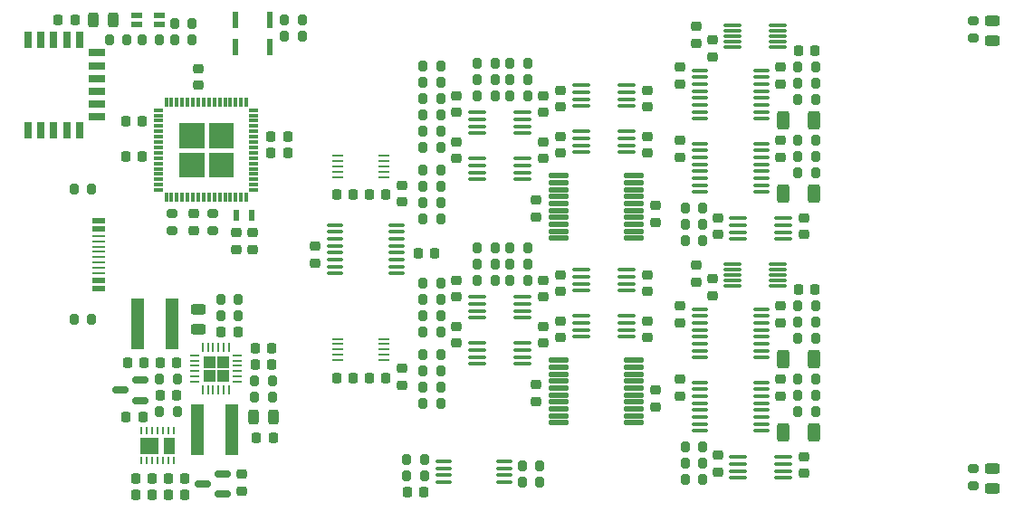
<source format=gbr>
%TF.GenerationSoftware,KiCad,Pcbnew,8.0.9-8.0.9-0~ubuntu24.04.1*%
%TF.CreationDate,2025-05-29T22:28:41-04:00*%
%TF.ProjectId,smu2,736d7532-2e6b-4696-9361-645f70636258,rev?*%
%TF.SameCoordinates,Original*%
%TF.FileFunction,Paste,Top*%
%TF.FilePolarity,Positive*%
%FSLAX46Y46*%
G04 Gerber Fmt 4.6, Leading zero omitted, Abs format (unit mm)*
G04 Created by KiCad (PCBNEW 8.0.9-8.0.9-0~ubuntu24.04.1) date 2025-05-29 22:28:41*
%MOMM*%
%LPD*%
G01*
G04 APERTURE LIST*
G04 Aperture macros list*
%AMRoundRect*
0 Rectangle with rounded corners*
0 $1 Rounding radius*
0 $2 $3 $4 $5 $6 $7 $8 $9 X,Y pos of 4 corners*
0 Add a 4 corners polygon primitive as box body*
4,1,4,$2,$3,$4,$5,$6,$7,$8,$9,$2,$3,0*
0 Add four circle primitives for the rounded corners*
1,1,$1+$1,$2,$3*
1,1,$1+$1,$4,$5*
1,1,$1+$1,$6,$7*
1,1,$1+$1,$8,$9*
0 Add four rect primitives between the rounded corners*
20,1,$1+$1,$2,$3,$4,$5,0*
20,1,$1+$1,$4,$5,$6,$7,0*
20,1,$1+$1,$6,$7,$8,$9,0*
20,1,$1+$1,$8,$9,$2,$3,0*%
G04 Aperture macros list end*
%ADD10C,0.120000*%
%ADD11C,0.100000*%
%ADD12RoundRect,0.200000X0.200000X0.275000X-0.200000X0.275000X-0.200000X-0.275000X0.200000X-0.275000X0*%
%ADD13R,0.250000X0.700000*%
%ADD14R,1.805000X1.650000*%
%ADD15R,1.070000X1.650000*%
%ADD16RoundRect,0.100000X-0.637500X-0.100000X0.637500X-0.100000X0.637500X0.100000X-0.637500X0.100000X0*%
%ADD17RoundRect,0.225000X-0.250000X0.225000X-0.250000X-0.225000X0.250000X-0.225000X0.250000X0.225000X0*%
%ADD18R,0.700000X1.500000*%
%ADD19R,1.500000X0.700000*%
%ADD20RoundRect,0.225000X0.250000X-0.225000X0.250000X0.225000X-0.250000X0.225000X-0.250000X-0.225000X0*%
%ADD21RoundRect,0.225000X-0.225000X-0.250000X0.225000X-0.250000X0.225000X0.250000X-0.225000X0.250000X0*%
%ADD22RoundRect,0.100000X-0.712500X-0.100000X0.712500X-0.100000X0.712500X0.100000X-0.712500X0.100000X0*%
%ADD23R,1.000000X0.500000*%
%ADD24RoundRect,0.225000X0.225000X0.250000X-0.225000X0.250000X-0.225000X-0.250000X0.225000X-0.250000X0*%
%ADD25RoundRect,0.200000X-0.200000X-0.275000X0.200000X-0.275000X0.200000X0.275000X-0.200000X0.275000X0*%
%ADD26RoundRect,0.250000X-0.312500X-0.625000X0.312500X-0.625000X0.312500X0.625000X-0.312500X0.625000X0*%
%ADD27RoundRect,0.243750X0.243750X0.456250X-0.243750X0.456250X-0.243750X-0.456250X0.243750X-0.456250X0*%
%ADD28RoundRect,0.055000X-0.220000X-0.695000X0.220000X-0.695000X0.220000X0.695000X-0.220000X0.695000X0*%
%ADD29RoundRect,0.075000X0.737500X0.075000X-0.737500X0.075000X-0.737500X-0.075000X0.737500X-0.075000X0*%
%ADD30RoundRect,0.150000X0.587500X0.150000X-0.587500X0.150000X-0.587500X-0.150000X0.587500X-0.150000X0*%
%ADD31RoundRect,0.200000X0.275000X-0.200000X0.275000X0.200000X-0.275000X0.200000X-0.275000X-0.200000X0*%
%ADD32RoundRect,0.100000X0.712500X0.100000X-0.712500X0.100000X-0.712500X-0.100000X0.712500X-0.100000X0*%
%ADD33R,1.250000X4.700000*%
%ADD34R,1.100000X0.250000*%
%ADD35RoundRect,0.200000X-0.275000X0.200000X-0.275000X-0.200000X0.275000X-0.200000X0.275000X0.200000X0*%
%ADD36RoundRect,0.243750X-0.456250X0.243750X-0.456250X-0.243750X0.456250X-0.243750X0.456250X0.243750X0*%
%ADD37RoundRect,0.243750X0.456250X-0.243750X0.456250X0.243750X-0.456250X0.243750X-0.456250X-0.243750X0*%
%ADD38RoundRect,0.100000X0.637500X0.100000X-0.637500X0.100000X-0.637500X-0.100000X0.637500X-0.100000X0*%
%ADD39RoundRect,0.243750X-0.243750X-0.456250X0.243750X-0.456250X0.243750X0.456250X-0.243750X0.456250X0*%
%ADD40RoundRect,0.050000X-0.350000X-0.075000X0.350000X-0.075000X0.350000X0.075000X-0.350000X0.075000X0*%
%ADD41RoundRect,0.050000X0.075000X-0.350000X0.075000X0.350000X-0.075000X0.350000X-0.075000X-0.350000X0*%
%ADD42RoundRect,0.112500X-0.837500X-0.112500X0.837500X-0.112500X0.837500X0.112500X-0.837500X0.112500X0*%
%ADD43R,0.600000X1.100000*%
%ADD44R,1.150000X0.580000*%
%ADD45R,1.150000X0.280000*%
%ADD46R,0.300000X0.850000*%
%ADD47R,0.850000X0.300000*%
G04 APERTURE END LIST*
%TO.C,U25*%
D10*
X106810000Y-120653000D02*
X107810000Y-120653000D01*
X107810000Y-121653000D01*
X106810000Y-121653000D01*
X106810000Y-120653000D01*
G36*
X106810000Y-120653000D02*
G01*
X107810000Y-120653000D01*
X107810000Y-121653000D01*
X106810000Y-121653000D01*
X106810000Y-120653000D01*
G37*
X106810000Y-121933000D02*
X107810000Y-121933000D01*
X107810000Y-122933000D01*
X106810000Y-122933000D01*
X106810000Y-121933000D01*
G36*
X106810000Y-121933000D02*
G01*
X107810000Y-121933000D01*
X107810000Y-122933000D01*
X106810000Y-122933000D01*
X106810000Y-121933000D01*
G37*
X108090000Y-120653000D02*
X109090000Y-120653000D01*
X109090000Y-121653000D01*
X108090000Y-121653000D01*
X108090000Y-120653000D01*
G36*
X108090000Y-120653000D02*
G01*
X109090000Y-120653000D01*
X109090000Y-121653000D01*
X108090000Y-121653000D01*
X108090000Y-120653000D01*
G37*
X108090000Y-121933000D02*
X109090000Y-121933000D01*
X109090000Y-122933000D01*
X108090000Y-122933000D01*
X108090000Y-121933000D01*
G36*
X108090000Y-121933000D02*
G01*
X109090000Y-121933000D01*
X109090000Y-122933000D01*
X108090000Y-122933000D01*
X108090000Y-121933000D01*
G37*
D11*
%TO.C,U1*%
X106811000Y-101096000D02*
X104561000Y-101096000D01*
X104561000Y-98846000D01*
X106811000Y-98846000D01*
X106811000Y-101096000D01*
G36*
X106811000Y-101096000D02*
G01*
X104561000Y-101096000D01*
X104561000Y-98846000D01*
X106811000Y-98846000D01*
X106811000Y-101096000D01*
G37*
X106811000Y-103846000D02*
X104561000Y-103846000D01*
X104561000Y-101596000D01*
X106811000Y-101596000D01*
X106811000Y-103846000D01*
G36*
X106811000Y-103846000D02*
G01*
X104561000Y-103846000D01*
X104561000Y-101596000D01*
X106811000Y-101596000D01*
X106811000Y-103846000D01*
G37*
X109561000Y-101096000D02*
X107311000Y-101096000D01*
X107311000Y-98846000D01*
X109561000Y-98846000D01*
X109561000Y-101096000D01*
G36*
X109561000Y-101096000D02*
G01*
X107311000Y-101096000D01*
X107311000Y-98846000D01*
X109561000Y-98846000D01*
X109561000Y-101096000D01*
G37*
X109561000Y-103846000D02*
X107311000Y-103846000D01*
X107311000Y-101596000D01*
X109561000Y-101596000D01*
X109561000Y-103846000D01*
G36*
X109561000Y-103846000D02*
G01*
X107311000Y-103846000D01*
X107311000Y-101596000D01*
X109561000Y-101596000D01*
X109561000Y-103846000D01*
G37*
%TD*%
D12*
%TO.C,R25*%
X134048000Y-93218000D03*
X132398000Y-93218000D03*
%TD*%
D13*
%TO.C,U26*%
X100989000Y-130432000D03*
X101489000Y-130432000D03*
X101989000Y-130432000D03*
X102489000Y-130432000D03*
X102989000Y-130432000D03*
X103489000Y-130432000D03*
X103989000Y-130432000D03*
X103989000Y-127632000D03*
X103489000Y-127632000D03*
X102989000Y-127632000D03*
X102489000Y-127632000D03*
X101989000Y-127632000D03*
X101489000Y-127632000D03*
X100989000Y-127632000D03*
D14*
X101711500Y-129032000D03*
D15*
X103634000Y-129032000D03*
%TD*%
D16*
%TO.C,U12*%
X153220500Y-93864000D03*
X153220500Y-94514000D03*
X153220500Y-95164000D03*
X153220500Y-95814000D03*
X153220500Y-96464000D03*
X153220500Y-97114000D03*
X153220500Y-97764000D03*
X153220500Y-98414000D03*
X158945500Y-98414000D03*
X158945500Y-97764000D03*
X158945500Y-97114000D03*
X158945500Y-96464000D03*
X158945500Y-95814000D03*
X158945500Y-95164000D03*
X158945500Y-94514000D03*
X158945500Y-93864000D03*
%TD*%
D12*
%TO.C,R16*%
X128968000Y-98044000D03*
X127318000Y-98044000D03*
%TD*%
D17*
%TO.C,C12*%
X125349000Y-104635000D03*
X125349000Y-106185000D03*
%TD*%
D18*
%TO.C,U5*%
X90399000Y-99500000D03*
X91599000Y-99500000D03*
X92799000Y-99500000D03*
X93999000Y-99500000D03*
X95199000Y-99500000D03*
D19*
X96849000Y-98250000D03*
X96849000Y-97050000D03*
X96849000Y-95850000D03*
X96849000Y-94650000D03*
X96849000Y-93450000D03*
X96849000Y-92250000D03*
D18*
X95199000Y-91000000D03*
X93999000Y-91000000D03*
X92799000Y-91000000D03*
X91599000Y-91000000D03*
X90399000Y-91000000D03*
%TD*%
D20*
%TO.C,C30*%
X160782000Y-101994000D03*
X160782000Y-100444000D03*
%TD*%
D12*
%TO.C,R39*%
X128968000Y-122047000D03*
X127318000Y-122047000D03*
%TD*%
D21*
%TO.C,C17*%
X93205000Y-89154000D03*
X94755000Y-89154000D03*
%TD*%
D17*
%TO.C,C19*%
X130429000Y-100571000D03*
X130429000Y-102121000D03*
%TD*%
D22*
%TO.C,U18*%
X142159500Y-112563000D03*
X142159500Y-113213000D03*
X142159500Y-113863000D03*
X142159500Y-114513000D03*
X146384500Y-114513000D03*
X146384500Y-113863000D03*
X146384500Y-113213000D03*
X146384500Y-112563000D03*
%TD*%
D20*
%TO.C,C26*%
X148336000Y-101613000D03*
X148336000Y-100063000D03*
%TD*%
%TO.C,C25*%
X140208000Y-97295000D03*
X140208000Y-95745000D03*
%TD*%
%TO.C,C46*%
X140208000Y-118885000D03*
X140208000Y-117335000D03*
%TD*%
D23*
%TO.C,D1*%
X100550000Y-88754000D03*
X102650000Y-88754000D03*
X100550000Y-89554000D03*
X102650000Y-89554000D03*
%TD*%
D12*
%TO.C,R6*%
X116014000Y-90678000D03*
X114364000Y-90678000D03*
%TD*%
D17*
%TO.C,C21*%
X130429000Y-96253000D03*
X130429000Y-97803000D03*
%TD*%
D12*
%TO.C,R15*%
X128968000Y-99568000D03*
X127318000Y-99568000D03*
%TD*%
%TO.C,R40*%
X128968000Y-116840000D03*
X127318000Y-116840000D03*
%TD*%
D21*
%TO.C,C14*%
X126860000Y-110998000D03*
X128410000Y-110998000D03*
%TD*%
%TO.C,C51*%
X162420000Y-114427000D03*
X163970000Y-114427000D03*
%TD*%
D24*
%TO.C,C58*%
X104280000Y-121285000D03*
X102730000Y-121285000D03*
%TD*%
D17*
%TO.C,C54*%
X152908000Y-112128000D03*
X152908000Y-113678000D03*
%TD*%
%TO.C,C52*%
X162941000Y-130035000D03*
X162941000Y-131585000D03*
%TD*%
%TO.C,C55*%
X154432000Y-113398000D03*
X154432000Y-114948000D03*
%TD*%
D12*
%TO.C,R17*%
X128968000Y-107823000D03*
X127318000Y-107823000D03*
%TD*%
D21*
%TO.C,C57*%
X99682000Y-121285000D03*
X101232000Y-121285000D03*
%TD*%
D17*
%TO.C,C38*%
X130429000Y-117843000D03*
X130429000Y-119393000D03*
%TD*%
%TO.C,C41*%
X138557000Y-113525000D03*
X138557000Y-115075000D03*
%TD*%
D25*
%TO.C,R68*%
X108395000Y-115316000D03*
X110045000Y-115316000D03*
%TD*%
D12*
%TO.C,R27*%
X153479000Y-109855000D03*
X151829000Y-109855000D03*
%TD*%
D26*
%TO.C,R37*%
X160970500Y-98552000D03*
X163895500Y-98552000D03*
%TD*%
D20*
%TO.C,C2*%
X109829600Y-110630000D03*
X109829600Y-109080000D03*
%TD*%
D12*
%TO.C,R38*%
X128968000Y-123571000D03*
X127318000Y-123571000D03*
%TD*%
%TO.C,R23*%
X128968000Y-96520000D03*
X127318000Y-96520000D03*
%TD*%
D27*
%TO.C,D2*%
X98346500Y-89154000D03*
X96471500Y-89154000D03*
%TD*%
D25*
%TO.C,R57*%
X162370000Y-125857000D03*
X164020000Y-125857000D03*
%TD*%
D17*
%TO.C,C33*%
X162941000Y-107683000D03*
X162941000Y-109233000D03*
%TD*%
D12*
%TO.C,R28*%
X153479000Y-108331000D03*
X151829000Y-108331000D03*
%TD*%
D20*
%TO.C,C50*%
X160782000Y-117488000D03*
X160782000Y-115938000D03*
%TD*%
D21*
%TO.C,C62*%
X111620000Y-119888000D03*
X113170000Y-119888000D03*
%TD*%
D17*
%TO.C,C42*%
X149098000Y-123812000D03*
X149098000Y-125362000D03*
%TD*%
D24*
%TO.C,C68*%
X105042000Y-133604000D03*
X103492000Y-133604000D03*
%TD*%
D12*
%TO.C,R53*%
X153479000Y-130683000D03*
X151829000Y-130683000D03*
%TD*%
%TO.C,R10*%
X99631000Y-91059000D03*
X97981000Y-91059000D03*
%TD*%
D17*
%TO.C,C36*%
X154432000Y-91046000D03*
X154432000Y-92596000D03*
%TD*%
D12*
%TO.C,R14*%
X128968000Y-104775000D03*
X127318000Y-104775000D03*
%TD*%
D28*
%TO.C,S2*%
X109754000Y-91694000D03*
X113004000Y-91694000D03*
%TD*%
D25*
%TO.C,R30*%
X162370000Y-100457000D03*
X164020000Y-100457000D03*
%TD*%
D12*
%TO.C,R2*%
X116014000Y-89154000D03*
X114364000Y-89154000D03*
%TD*%
D20*
%TO.C,C8*%
X105892600Y-108852000D03*
X105892600Y-107302000D03*
%TD*%
D22*
%TO.C,U9*%
X142159500Y-95291000D03*
X142159500Y-95941000D03*
X142159500Y-96591000D03*
X142159500Y-97241000D03*
X146384500Y-97241000D03*
X146384500Y-96591000D03*
X146384500Y-95941000D03*
X146384500Y-95291000D03*
%TD*%
D29*
%TO.C,U23*%
X160481500Y-114030000D03*
X160481500Y-113530000D03*
X160481500Y-113030000D03*
X160481500Y-112530000D03*
X160481500Y-112030000D03*
X156256500Y-112030000D03*
X156256500Y-112530000D03*
X156256500Y-113030000D03*
X156256500Y-113530000D03*
X156256500Y-114030000D03*
%TD*%
D30*
%TO.C,Q1*%
X100886500Y-124775000D03*
X100886500Y-122875000D03*
X99011500Y-123825000D03*
%TD*%
D25*
%TO.C,R7*%
X94679000Y-105029000D03*
X96329000Y-105029000D03*
%TD*%
D12*
%TO.C,R42*%
X128968000Y-125095000D03*
X127318000Y-125095000D03*
%TD*%
%TO.C,R26*%
X128968000Y-103251000D03*
X127318000Y-103251000D03*
%TD*%
%TO.C,R67*%
X113220000Y-124460000D03*
X111570000Y-124460000D03*
%TD*%
D31*
%TO.C,R65*%
X178816000Y-90868000D03*
X178816000Y-89218000D03*
%TD*%
D22*
%TO.C,U10*%
X142159500Y-99609000D03*
X142159500Y-100259000D03*
X142159500Y-100909000D03*
X142159500Y-101559000D03*
X146384500Y-101559000D03*
X146384500Y-100909000D03*
X146384500Y-100259000D03*
X146384500Y-99609000D03*
%TD*%
D25*
%TO.C,R35*%
X162370000Y-95123000D03*
X164020000Y-95123000D03*
%TD*%
D30*
%TO.C,U24*%
X108633500Y-133538000D03*
X108633500Y-131638000D03*
X106758500Y-132588000D03*
%TD*%
D24*
%TO.C,C64*%
X113297000Y-128270000D03*
X111747000Y-128270000D03*
%TD*%
D31*
%TO.C,R8*%
X103860600Y-108902000D03*
X103860600Y-107252000D03*
%TD*%
D20*
%TO.C,C28*%
X151384000Y-101994000D03*
X151384000Y-100444000D03*
%TD*%
D25*
%TO.C,R34*%
X162370000Y-93599000D03*
X164020000Y-93599000D03*
%TD*%
D12*
%TO.C,R44*%
X137096000Y-110490000D03*
X135446000Y-110490000D03*
%TD*%
D17*
%TO.C,C22*%
X138557000Y-96253000D03*
X138557000Y-97803000D03*
%TD*%
D25*
%TO.C,R64*%
X102680000Y-122809000D03*
X104330000Y-122809000D03*
%TD*%
D17*
%TO.C,C59*%
X110363000Y-131686000D03*
X110363000Y-133236000D03*
%TD*%
D25*
%TO.C,R31*%
X162370000Y-101981000D03*
X164020000Y-101981000D03*
%TD*%
D21*
%TO.C,C61*%
X111620000Y-121412000D03*
X113170000Y-121412000D03*
%TD*%
D22*
%TO.C,U13*%
X156764500Y-107737000D03*
X156764500Y-108387000D03*
X156764500Y-109037000D03*
X156764500Y-109687000D03*
X160989500Y-109687000D03*
X160989500Y-109037000D03*
X160989500Y-108387000D03*
X160989500Y-107737000D03*
%TD*%
D25*
%TO.C,R49*%
X135446000Y-113538000D03*
X137096000Y-113538000D03*
%TD*%
%TO.C,R69*%
X108395000Y-116840000D03*
X110045000Y-116840000D03*
%TD*%
D21*
%TO.C,C32*%
X162420000Y-92075000D03*
X163970000Y-92075000D03*
%TD*%
D25*
%TO.C,R45*%
X132398000Y-110490000D03*
X134048000Y-110490000D03*
%TD*%
%TO.C,R46*%
X135446000Y-112014000D03*
X137096000Y-112014000D03*
%TD*%
D21*
%TO.C,C4*%
X113118600Y-101600000D03*
X114668600Y-101600000D03*
%TD*%
D32*
%TO.C,U16*%
X136605500Y-117053000D03*
X136605500Y-116403000D03*
X136605500Y-115753000D03*
X136605500Y-115103000D03*
X132380500Y-115103000D03*
X132380500Y-115753000D03*
X132380500Y-116403000D03*
X132380500Y-117053000D03*
%TD*%
D20*
%TO.C,C47*%
X151384000Y-124346000D03*
X151384000Y-122796000D03*
%TD*%
D26*
%TO.C,R58*%
X160970500Y-127762000D03*
X163895500Y-127762000D03*
%TD*%
D33*
%TO.C,L1*%
X100610000Y-117602000D03*
X103860000Y-117602000D03*
%TD*%
D20*
%TO.C,C53*%
X154940000Y-131458000D03*
X154940000Y-129908000D03*
%TD*%
%TO.C,C49*%
X160782000Y-124346000D03*
X160782000Y-122796000D03*
%TD*%
D17*
%TO.C,C35*%
X152908000Y-89776000D03*
X152908000Y-91326000D03*
%TD*%
D25*
%TO.C,R71*%
X136589000Y-132461000D03*
X138239000Y-132461000D03*
%TD*%
D17*
%TO.C,C39*%
X138557000Y-117843000D03*
X138557000Y-119393000D03*
%TD*%
D25*
%TO.C,R61*%
X162370000Y-118999000D03*
X164020000Y-118999000D03*
%TD*%
D34*
%TO.C,U2*%
X123689000Y-103870000D03*
X123689000Y-103370000D03*
X123689000Y-102870000D03*
X123689000Y-102370000D03*
X123689000Y-101870000D03*
X119389000Y-101870000D03*
X119389000Y-102370000D03*
X119389000Y-102870000D03*
X119389000Y-103370000D03*
X119389000Y-103870000D03*
%TD*%
D26*
%TO.C,R33*%
X160970500Y-105410000D03*
X163895500Y-105410000D03*
%TD*%
D20*
%TO.C,C27*%
X140208000Y-101613000D03*
X140208000Y-100063000D03*
%TD*%
%TO.C,C43*%
X148336000Y-114567000D03*
X148336000Y-113017000D03*
%TD*%
D12*
%TO.C,R73*%
X127444000Y-131826000D03*
X125794000Y-131826000D03*
%TD*%
%TO.C,R18*%
X128968000Y-101092000D03*
X127318000Y-101092000D03*
%TD*%
%TO.C,R20*%
X134048000Y-96266000D03*
X132398000Y-96266000D03*
%TD*%
D33*
%TO.C,L2*%
X109448000Y-127508000D03*
X106198000Y-127508000D03*
%TD*%
D25*
%TO.C,R36*%
X162370000Y-96647000D03*
X164020000Y-96647000D03*
%TD*%
%TO.C,R50*%
X132398000Y-113538000D03*
X134048000Y-113538000D03*
%TD*%
%TO.C,R72*%
X136589000Y-130937000D03*
X138239000Y-130937000D03*
%TD*%
D28*
%TO.C,S1*%
X109754000Y-89154000D03*
X113004000Y-89154000D03*
%TD*%
D25*
%TO.C,R54*%
X151829000Y-129159000D03*
X153479000Y-129159000D03*
%TD*%
D32*
%TO.C,U7*%
X136605500Y-99781000D03*
X136605500Y-99131000D03*
X136605500Y-98481000D03*
X136605500Y-97831000D03*
X132380500Y-97831000D03*
X132380500Y-98481000D03*
X132380500Y-99131000D03*
X132380500Y-99781000D03*
%TD*%
D35*
%TO.C,R9*%
X107696000Y-107252000D03*
X107696000Y-108902000D03*
%TD*%
D36*
%TO.C,D4*%
X106299000Y-116283500D03*
X106299000Y-118158500D03*
%TD*%
D21*
%TO.C,C11*%
X119240000Y-122682000D03*
X120790000Y-122682000D03*
%TD*%
%TO.C,C10*%
X119240000Y-105537000D03*
X120790000Y-105537000D03*
%TD*%
D37*
%TO.C,D3*%
X180594000Y-91107500D03*
X180594000Y-89232500D03*
%TD*%
D38*
%TO.C,U4*%
X124849000Y-112892000D03*
X124849000Y-112242000D03*
X124849000Y-111592000D03*
X124849000Y-110942000D03*
X124849000Y-110292000D03*
X124849000Y-109642000D03*
X124849000Y-108992000D03*
X124849000Y-108342000D03*
X119124000Y-108342000D03*
X119124000Y-108992000D03*
X119124000Y-109642000D03*
X119124000Y-110292000D03*
X119124000Y-110942000D03*
X119124000Y-111592000D03*
X119124000Y-112242000D03*
X119124000Y-112892000D03*
%TD*%
D20*
%TO.C,C31*%
X160782000Y-95136000D03*
X160782000Y-93586000D03*
%TD*%
D24*
%TO.C,C69*%
X127394000Y-133350000D03*
X125844000Y-133350000D03*
%TD*%
D39*
%TO.C,D5*%
X111457500Y-126365000D03*
X113332500Y-126365000D03*
%TD*%
D40*
%TO.C,U25*%
X105950000Y-120543000D03*
X105950000Y-121043000D03*
X105950000Y-121543000D03*
X105950000Y-122043000D03*
X105950000Y-122543000D03*
X105950000Y-123043000D03*
D41*
X106700000Y-123793000D03*
X107200000Y-123793000D03*
X107700000Y-123793000D03*
X108200000Y-123793000D03*
X108700000Y-123793000D03*
X109200000Y-123793000D03*
D40*
X109950000Y-123043000D03*
X109950000Y-122543000D03*
X109950000Y-122043000D03*
X109950000Y-121543000D03*
X109950000Y-121043000D03*
X109950000Y-120543000D03*
D41*
X109200000Y-119793000D03*
X108700000Y-119793000D03*
X108200000Y-119793000D03*
X107700000Y-119793000D03*
X107200000Y-119793000D03*
X106700000Y-119793000D03*
%TD*%
D12*
%TO.C,R51*%
X128968000Y-120523000D03*
X127318000Y-120523000D03*
%TD*%
D32*
%TO.C,U15*%
X136605500Y-121371000D03*
X136605500Y-120721000D03*
X136605500Y-120071000D03*
X136605500Y-119421000D03*
X132380500Y-119421000D03*
X132380500Y-120071000D03*
X132380500Y-120721000D03*
X132380500Y-121371000D03*
%TD*%
D17*
%TO.C,C40*%
X130429000Y-113525000D03*
X130429000Y-115075000D03*
%TD*%
%TO.C,C13*%
X125349000Y-121780000D03*
X125349000Y-123330000D03*
%TD*%
D20*
%TO.C,C29*%
X151384000Y-95136000D03*
X151384000Y-93586000D03*
%TD*%
D25*
%TO.C,R19*%
X135446000Y-96266000D03*
X137096000Y-96266000D03*
%TD*%
D21*
%TO.C,C1*%
X113118600Y-100076000D03*
X114668600Y-100076000D03*
%TD*%
D42*
%TO.C,U8*%
X140010000Y-103755000D03*
X140010000Y-104405000D03*
X140010000Y-105055000D03*
X140010000Y-105705000D03*
X140010000Y-106355000D03*
X140010000Y-107005000D03*
X140010000Y-107655000D03*
X140010000Y-108305000D03*
X140010000Y-108955000D03*
X140010000Y-109605000D03*
X147010000Y-109605000D03*
X147010000Y-108955000D03*
X147010000Y-108305000D03*
X147010000Y-107655000D03*
X147010000Y-107005000D03*
X147010000Y-106355000D03*
X147010000Y-105705000D03*
X147010000Y-105055000D03*
X147010000Y-104405000D03*
X147010000Y-103755000D03*
%TD*%
D17*
%TO.C,C5*%
X106273600Y-93713000D03*
X106273600Y-95263000D03*
%TD*%
D21*
%TO.C,C16*%
X122288000Y-122682000D03*
X123838000Y-122682000D03*
%TD*%
D12*
%TO.C,R43*%
X128968000Y-118364000D03*
X127318000Y-118364000D03*
%TD*%
D34*
%TO.C,U3*%
X123689000Y-121015000D03*
X123689000Y-120515000D03*
X123689000Y-120015000D03*
X123689000Y-119515000D03*
X123689000Y-119015000D03*
X119389000Y-119015000D03*
X119389000Y-119515000D03*
X119389000Y-120015000D03*
X119389000Y-120515000D03*
X119389000Y-121015000D03*
%TD*%
D12*
%TO.C,R52*%
X153479000Y-132207000D03*
X151829000Y-132207000D03*
%TD*%
D20*
%TO.C,C34*%
X154940000Y-109233000D03*
X154940000Y-107683000D03*
%TD*%
%TO.C,C3*%
X111353600Y-110630000D03*
X111353600Y-109080000D03*
%TD*%
D24*
%TO.C,C56*%
X104280000Y-124333000D03*
X102730000Y-124333000D03*
%TD*%
D21*
%TO.C,C63*%
X99555000Y-126365000D03*
X101105000Y-126365000D03*
%TD*%
D38*
%TO.C,U27*%
X134942500Y-132420000D03*
X134942500Y-131770000D03*
X134942500Y-131120000D03*
X134942500Y-130470000D03*
X129217500Y-130470000D03*
X129217500Y-131120000D03*
X129217500Y-131770000D03*
X129217500Y-132420000D03*
%TD*%
D25*
%TO.C,R22*%
X132398000Y-94742000D03*
X134048000Y-94742000D03*
%TD*%
D21*
%TO.C,C65*%
X100444000Y-132080000D03*
X101994000Y-132080000D03*
%TD*%
%TO.C,C66*%
X103492000Y-132080000D03*
X105042000Y-132080000D03*
%TD*%
D12*
%TO.C,R12*%
X128968000Y-93472000D03*
X127318000Y-93472000D03*
%TD*%
D22*
%TO.C,U19*%
X142159500Y-116881000D03*
X142159500Y-117531000D03*
X142159500Y-118181000D03*
X142159500Y-118831000D03*
X146384500Y-118831000D03*
X146384500Y-118181000D03*
X146384500Y-117531000D03*
X146384500Y-116881000D03*
%TD*%
D17*
%TO.C,C37*%
X137922000Y-123304000D03*
X137922000Y-124854000D03*
%TD*%
D12*
%TO.C,R13*%
X128968000Y-106299000D03*
X127318000Y-106299000D03*
%TD*%
D17*
%TO.C,C9*%
X117221000Y-110350000D03*
X117221000Y-111900000D03*
%TD*%
D16*
%TO.C,U11*%
X153220500Y-100722000D03*
X153220500Y-101372000D03*
X153220500Y-102022000D03*
X153220500Y-102672000D03*
X153220500Y-103322000D03*
X153220500Y-103972000D03*
X153220500Y-104622000D03*
X153220500Y-105272000D03*
X158945500Y-105272000D03*
X158945500Y-104622000D03*
X158945500Y-103972000D03*
X158945500Y-103322000D03*
X158945500Y-102672000D03*
X158945500Y-102022000D03*
X158945500Y-101372000D03*
X158945500Y-100722000D03*
%TD*%
D25*
%TO.C,R4*%
X104077000Y-89535000D03*
X105727000Y-89535000D03*
%TD*%
D22*
%TO.C,U22*%
X156764500Y-130089000D03*
X156764500Y-130739000D03*
X156764500Y-131389000D03*
X156764500Y-132039000D03*
X160989500Y-132039000D03*
X160989500Y-131389000D03*
X160989500Y-130739000D03*
X160989500Y-130089000D03*
%TD*%
D25*
%TO.C,R29*%
X151829000Y-106807000D03*
X153479000Y-106807000D03*
%TD*%
%TO.C,R55*%
X162370000Y-122809000D03*
X164020000Y-122809000D03*
%TD*%
D21*
%TO.C,C15*%
X122288000Y-105537000D03*
X123838000Y-105537000D03*
%TD*%
%TO.C,C67*%
X100444000Y-133604000D03*
X101994000Y-133604000D03*
%TD*%
D43*
%TO.C,Y1*%
X111291600Y-107442000D03*
X109891600Y-107442000D03*
%TD*%
D12*
%TO.C,R24*%
X137096000Y-93218000D03*
X135446000Y-93218000D03*
%TD*%
D26*
%TO.C,R62*%
X160970500Y-120904000D03*
X163895500Y-120904000D03*
%TD*%
D25*
%TO.C,R5*%
X94679000Y-117221000D03*
X96329000Y-117221000D03*
%TD*%
%TO.C,R3*%
X104077000Y-91059000D03*
X105727000Y-91059000D03*
%TD*%
D12*
%TO.C,R47*%
X134048000Y-112014000D03*
X132398000Y-112014000D03*
%TD*%
%TO.C,R48*%
X128968000Y-113792000D03*
X127318000Y-113792000D03*
%TD*%
D25*
%TO.C,R59*%
X162370000Y-115951000D03*
X164020000Y-115951000D03*
%TD*%
D17*
%TO.C,C23*%
X149098000Y-106540000D03*
X149098000Y-108090000D03*
%TD*%
D12*
%TO.C,R74*%
X127444000Y-130302000D03*
X125794000Y-130302000D03*
%TD*%
D29*
%TO.C,U14*%
X160481500Y-91678000D03*
X160481500Y-91178000D03*
X160481500Y-90678000D03*
X160481500Y-90178000D03*
X160481500Y-89678000D03*
X156256500Y-89678000D03*
X156256500Y-90178000D03*
X156256500Y-90678000D03*
X156256500Y-91178000D03*
X156256500Y-91678000D03*
%TD*%
D21*
%TO.C,C7*%
X99529600Y-101981000D03*
X101079600Y-101981000D03*
%TD*%
D25*
%TO.C,R60*%
X162370000Y-117475000D03*
X164020000Y-117475000D03*
%TD*%
%TO.C,R11*%
X127318000Y-94996000D03*
X128968000Y-94996000D03*
%TD*%
D31*
%TO.C,R70*%
X178816000Y-132778000D03*
X178816000Y-131128000D03*
%TD*%
D25*
%TO.C,R63*%
X102680000Y-125857000D03*
X104330000Y-125857000D03*
%TD*%
D16*
%TO.C,U21*%
X153220500Y-116216000D03*
X153220500Y-116866000D03*
X153220500Y-117516000D03*
X153220500Y-118166000D03*
X153220500Y-118816000D03*
X153220500Y-119466000D03*
X153220500Y-120116000D03*
X153220500Y-120766000D03*
X158945500Y-120766000D03*
X158945500Y-120116000D03*
X158945500Y-119466000D03*
X158945500Y-118816000D03*
X158945500Y-118166000D03*
X158945500Y-117516000D03*
X158945500Y-116866000D03*
X158945500Y-116216000D03*
%TD*%
%TO.C,U20*%
X153220500Y-123074000D03*
X153220500Y-123724000D03*
X153220500Y-124374000D03*
X153220500Y-125024000D03*
X153220500Y-125674000D03*
X153220500Y-126324000D03*
X153220500Y-126974000D03*
X153220500Y-127624000D03*
X158945500Y-127624000D03*
X158945500Y-126974000D03*
X158945500Y-126324000D03*
X158945500Y-125674000D03*
X158945500Y-125024000D03*
X158945500Y-124374000D03*
X158945500Y-123724000D03*
X158945500Y-123074000D03*
%TD*%
D20*
%TO.C,C24*%
X148336000Y-97295000D03*
X148336000Y-95745000D03*
%TD*%
D21*
%TO.C,C6*%
X99529600Y-98679000D03*
X101079600Y-98679000D03*
%TD*%
D32*
%TO.C,U6*%
X136605500Y-104099000D03*
X136605500Y-103449000D03*
X136605500Y-102799000D03*
X136605500Y-102149000D03*
X132380500Y-102149000D03*
X132380500Y-102799000D03*
X132380500Y-103449000D03*
X132380500Y-104099000D03*
%TD*%
D12*
%TO.C,R66*%
X113220000Y-122936000D03*
X111570000Y-122936000D03*
%TD*%
D21*
%TO.C,C60*%
X108445000Y-118364000D03*
X109995000Y-118364000D03*
%TD*%
D42*
%TO.C,U17*%
X140010000Y-121027000D03*
X140010000Y-121677000D03*
X140010000Y-122327000D03*
X140010000Y-122977000D03*
X140010000Y-123627000D03*
X140010000Y-124277000D03*
X140010000Y-124927000D03*
X140010000Y-125577000D03*
X140010000Y-126227000D03*
X140010000Y-126877000D03*
X147010000Y-126877000D03*
X147010000Y-126227000D03*
X147010000Y-125577000D03*
X147010000Y-124927000D03*
X147010000Y-124277000D03*
X147010000Y-123627000D03*
X147010000Y-122977000D03*
X147010000Y-122327000D03*
X147010000Y-121677000D03*
X147010000Y-121027000D03*
%TD*%
D17*
%TO.C,C18*%
X137922000Y-106032000D03*
X137922000Y-107582000D03*
%TD*%
D25*
%TO.C,R32*%
X162370000Y-103505000D03*
X164020000Y-103505000D03*
%TD*%
%TO.C,R1*%
X101029000Y-91059000D03*
X102679000Y-91059000D03*
%TD*%
D44*
%TO.C,J2*%
X96957000Y-107925000D03*
X96957000Y-108725000D03*
D45*
X96957000Y-109875000D03*
X96957000Y-110875000D03*
X96957000Y-111375000D03*
X96957000Y-112375000D03*
D44*
X96957000Y-114325000D03*
X96957000Y-113525000D03*
D45*
X96957000Y-112875000D03*
X96957000Y-111875000D03*
X96957000Y-110375000D03*
X96957000Y-109375000D03*
%TD*%
D17*
%TO.C,C20*%
X138557000Y-100571000D03*
X138557000Y-102121000D03*
%TD*%
D12*
%TO.C,R41*%
X128968000Y-115316000D03*
X127318000Y-115316000D03*
%TD*%
D20*
%TO.C,C44*%
X140208000Y-114567000D03*
X140208000Y-113017000D03*
%TD*%
%TO.C,C48*%
X151384000Y-117488000D03*
X151384000Y-115938000D03*
%TD*%
D46*
%TO.C,U1*%
X110811000Y-96896000D03*
X110311000Y-96896000D03*
X109811000Y-96896000D03*
X109311000Y-96896000D03*
X108811000Y-96896000D03*
X108311000Y-96896000D03*
X107811000Y-96896000D03*
X107311000Y-96896000D03*
X106811000Y-96896000D03*
X106311000Y-96896000D03*
X105811000Y-96896000D03*
X105311000Y-96896000D03*
X104811000Y-96896000D03*
X104311000Y-96896000D03*
X103811000Y-96896000D03*
X103311000Y-96896000D03*
D47*
X102611000Y-97596000D03*
X102611000Y-98096000D03*
X102611000Y-98596000D03*
X102611000Y-99096000D03*
X102611000Y-99596000D03*
X102611000Y-100096000D03*
X102611000Y-100596000D03*
X102611000Y-101096000D03*
X102611000Y-101596000D03*
X102611000Y-102096000D03*
X102611000Y-102596000D03*
X102611000Y-103096000D03*
X102611000Y-103596000D03*
X102611000Y-104096000D03*
X102611000Y-104596000D03*
X102611000Y-105096000D03*
D46*
X103311000Y-105796000D03*
X103811000Y-105796000D03*
X104311000Y-105796000D03*
X104811000Y-105796000D03*
X105311000Y-105796000D03*
X105811000Y-105796000D03*
X106311000Y-105796000D03*
X106811000Y-105796000D03*
X107311000Y-105796000D03*
X107811000Y-105796000D03*
X108311000Y-105796000D03*
X108811000Y-105796000D03*
X109311000Y-105796000D03*
X109811000Y-105796000D03*
X110311000Y-105796000D03*
X110811000Y-105796000D03*
D47*
X111511000Y-105096000D03*
X111511000Y-104596000D03*
X111511000Y-104096000D03*
X111511000Y-103596000D03*
X111511000Y-103096000D03*
X111511000Y-102596000D03*
X111511000Y-102096000D03*
X111511000Y-101596000D03*
X111511000Y-101096000D03*
X111511000Y-100596000D03*
X111511000Y-100096000D03*
X111511000Y-99596000D03*
X111511000Y-99096000D03*
X111511000Y-98596000D03*
X111511000Y-98096000D03*
X111511000Y-97596000D03*
%TD*%
D37*
%TO.C,D6*%
X180594000Y-133017500D03*
X180594000Y-131142500D03*
%TD*%
D25*
%TO.C,R56*%
X162370000Y-124333000D03*
X164020000Y-124333000D03*
%TD*%
D12*
%TO.C,R21*%
X137096000Y-94742000D03*
X135446000Y-94742000D03*
%TD*%
D20*
%TO.C,C45*%
X148336000Y-118885000D03*
X148336000Y-117335000D03*
%TD*%
M02*

</source>
